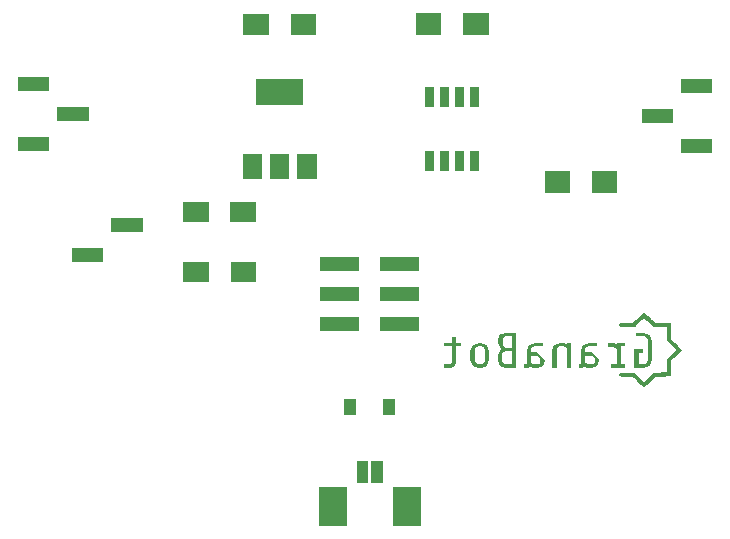
<source format=gbs>
%TF.GenerationSoftware,KiCad,Pcbnew,4.0.7-e2-6376~58~ubuntu16.04.1*%
%TF.CreationDate,2018-02-19T14:40:51-07:00*%
%TF.ProjectId,001,3030312E6B696361645F706362000000,rev?*%
%TF.FileFunction,Soldermask,Bot*%
%FSLAX46Y46*%
G04 Gerber Fmt 4.6, Leading zero omitted, Abs format (unit mm)*
G04 Created by KiCad (PCBNEW 4.0.7-e2-6376~58~ubuntu16.04.1) date Mon Feb 19 14:40:51 2018*
%MOMM*%
%LPD*%
G01*
G04 APERTURE LIST*
%ADD10C,0.100000*%
G04 APERTURE END LIST*
D10*
G36*
X160241423Y-119836437D02*
X160357553Y-119720693D01*
X160473828Y-119604800D01*
X160590210Y-119488800D01*
X160706383Y-119373013D01*
X160869671Y-119373013D01*
X161033166Y-119373013D01*
X161196810Y-119373013D01*
X161360159Y-119373013D01*
X161527247Y-119363413D01*
X161694545Y-119353813D01*
X161861996Y-119344213D01*
X162029146Y-119334613D01*
X162032986Y-119167125D01*
X162036826Y-118999424D01*
X162040666Y-118831563D01*
X162044506Y-118664011D01*
X162044506Y-118453909D01*
X162044506Y-118244384D01*
X162044506Y-118033056D01*
X162160223Y-117917461D01*
X162276086Y-117801728D01*
X162392057Y-117685888D01*
X162507817Y-117570251D01*
X162623534Y-117454656D01*
X162739397Y-117338923D01*
X162855367Y-117223083D01*
X162971127Y-117107445D01*
X162855410Y-116991147D01*
X162739547Y-116874699D01*
X162623577Y-116758144D01*
X162507817Y-116641803D01*
X162392099Y-116525504D01*
X162276236Y-116409045D01*
X162160266Y-116292491D01*
X162044506Y-116176149D01*
X162044506Y-115965408D01*
X162044506Y-115755232D01*
X162044506Y-115543253D01*
X162037999Y-115373067D01*
X162031492Y-115202677D01*
X162024986Y-115032117D01*
X162018479Y-114861877D01*
X161848297Y-114849824D01*
X161677901Y-114837771D01*
X161507348Y-114825611D01*
X161337104Y-114813557D01*
X161173402Y-114813557D01*
X161009492Y-114813557D01*
X160845435Y-114813557D01*
X160681671Y-114813557D01*
X160565370Y-114697835D01*
X160448922Y-114581973D01*
X160332367Y-114466005D01*
X160216022Y-114350240D01*
X160099721Y-114234528D01*
X159983273Y-114118656D01*
X159866719Y-114002688D01*
X159750374Y-113886933D01*
X159634783Y-114002645D01*
X159519047Y-114118517D01*
X159403204Y-114234485D01*
X159287571Y-114350240D01*
X159171980Y-114465963D01*
X159056244Y-114581824D01*
X158940401Y-114697792D01*
X158824768Y-114813557D01*
X158635140Y-114813557D01*
X158446031Y-114813557D01*
X158255290Y-114813557D01*
X158072277Y-114821024D01*
X157889766Y-114828491D01*
X157705679Y-114835957D01*
X157633924Y-114998773D01*
X157703930Y-115148032D01*
X157904834Y-115153365D01*
X158105189Y-115158699D01*
X158307274Y-115164032D01*
X158467853Y-115164032D01*
X158628635Y-115164032D01*
X158789563Y-115164032D01*
X158950202Y-115164032D01*
X159071089Y-115042496D01*
X159191645Y-114921291D01*
X159313242Y-114799040D01*
X159449837Y-114668811D01*
X159586058Y-114538944D01*
X159723455Y-114407957D01*
X159869484Y-114529355D01*
X160015111Y-114650411D01*
X160161998Y-114772523D01*
X160292319Y-114902603D01*
X160422283Y-115032331D01*
X160553369Y-115163179D01*
X160741119Y-115165312D01*
X160928356Y-115167445D01*
X161117210Y-115169579D01*
X161304961Y-115171712D01*
X161492198Y-115173845D01*
X161681052Y-115175979D01*
X161683292Y-115363733D01*
X161685532Y-115550965D01*
X161687772Y-115739819D01*
X161690012Y-115927573D01*
X161692252Y-116114805D01*
X161694492Y-116303659D01*
X161825677Y-116435083D01*
X161956501Y-116566155D01*
X162088457Y-116698347D01*
X162219642Y-116829771D01*
X162350466Y-116960832D01*
X162482421Y-117093024D01*
X162353182Y-117222453D01*
X162224295Y-117351520D01*
X162094297Y-117481707D01*
X161965056Y-117611125D01*
X161836170Y-117740192D01*
X161706171Y-117870379D01*
X161702011Y-118060128D01*
X161697851Y-118249365D01*
X161693691Y-118440235D01*
X161689531Y-118629995D01*
X161685371Y-118819232D01*
X161681211Y-119010101D01*
X161491455Y-119014368D01*
X161302220Y-119018635D01*
X161111350Y-119022901D01*
X160921595Y-119027168D01*
X160732359Y-119031435D01*
X160541489Y-119035701D01*
X160414055Y-119162955D01*
X160286972Y-119289856D01*
X160158790Y-119417856D01*
X160023438Y-119545109D01*
X159888455Y-119672021D01*
X159752308Y-119800021D01*
X159614133Y-119670677D01*
X159476337Y-119541696D01*
X159337350Y-119411595D01*
X159207095Y-119282251D01*
X159077197Y-119153269D01*
X158946176Y-119023168D01*
X158736359Y-119023168D01*
X158527119Y-119023168D01*
X158316070Y-119023168D01*
X158114460Y-119029568D01*
X157913403Y-119035968D01*
X157710608Y-119042368D01*
X157634085Y-119205995D01*
X157697776Y-119354837D01*
X157875725Y-119361237D01*
X158053187Y-119367637D01*
X158232181Y-119374037D01*
X158421211Y-119374037D01*
X158609722Y-119374037D01*
X158799860Y-119374037D01*
X158915524Y-119489824D01*
X159031333Y-119605771D01*
X159147249Y-119721813D01*
X159262956Y-119837643D01*
X159384942Y-119953387D01*
X159507082Y-120069280D01*
X159629333Y-120185280D01*
X159751364Y-120301067D01*
X159873817Y-120185280D01*
X159996422Y-120069333D01*
X160119141Y-119953291D01*
X160241638Y-119837461D01*
X160241587Y-119838037D01*
X160241423Y-119836437D01*
X160241423Y-119836437D01*
G37*
G36*
X159671411Y-118637163D02*
X160244785Y-118457451D01*
X160441615Y-117909749D01*
X160441615Y-116369344D01*
X160244785Y-115825920D01*
X159671411Y-115641931D01*
X159068085Y-115641931D01*
X159068085Y-115967125D01*
X159714201Y-115967125D01*
X159970935Y-116061312D01*
X160069346Y-116288096D01*
X160069346Y-117991104D01*
X159970935Y-118217877D01*
X159714201Y-118312064D01*
X159294867Y-118312064D01*
X159294867Y-117383541D01*
X159667133Y-117383541D01*
X159667133Y-117062613D01*
X158939718Y-117062613D01*
X158939718Y-118637259D01*
X159671411Y-118637259D01*
X159671411Y-118637163D01*
X159671411Y-118637163D01*
G37*
G36*
X157796982Y-118316245D02*
X157796982Y-116818624D01*
X158109343Y-116818624D01*
X158109343Y-116497707D01*
X157454670Y-116497707D01*
X157454670Y-116613237D01*
X157112357Y-116497707D01*
X156671630Y-116497707D01*
X156671630Y-116840021D01*
X157155147Y-116840021D01*
X157360534Y-116929835D01*
X157433270Y-117105269D01*
X157433270Y-118316203D01*
X156966869Y-118316203D01*
X156966869Y-118637120D01*
X158109338Y-118637120D01*
X158109338Y-118316203D01*
X157796977Y-118316203D01*
X157796982Y-118316245D01*
X157796982Y-118316245D01*
G37*
G36*
X154446331Y-118637163D02*
X154985471Y-118316288D01*
X154822873Y-118256341D01*
X154788643Y-118102293D01*
X154788643Y-117631616D01*
X155323507Y-117631616D01*
X155507500Y-117704363D01*
X155580236Y-117888352D01*
X155580236Y-118102293D01*
X155528886Y-118264896D01*
X155366288Y-118316203D01*
X154985465Y-118316203D01*
X154985471Y-118316288D01*
X154446331Y-118637163D01*
X154570419Y-118602923D01*
X154681670Y-118508736D01*
X154942684Y-118637109D01*
X155323507Y-118637109D01*
X155798466Y-118508736D01*
X155943949Y-118059456D01*
X155943949Y-117973909D01*
X155319228Y-117310677D01*
X154788643Y-117310677D01*
X154788643Y-117096736D01*
X154869945Y-116891349D01*
X155109564Y-116818603D01*
X155772795Y-116818603D01*
X155772795Y-116497685D01*
X155152353Y-116497685D01*
X154604653Y-116660288D01*
X154424939Y-117182315D01*
X154424939Y-118209248D01*
X154377867Y-118307701D01*
X154210989Y-118337675D01*
X154210989Y-118637205D01*
X154446329Y-118637205D01*
X154446331Y-118637163D01*
X154446331Y-118637163D01*
G37*
G36*
X153209459Y-116497707D02*
X153209459Y-116600427D01*
X152867147Y-116497707D01*
X152670317Y-116497707D01*
X152156848Y-116660309D01*
X151985692Y-117182336D01*
X151985692Y-118637163D01*
X152349399Y-118637163D01*
X152349399Y-117096757D01*
X152426423Y-116895648D01*
X152627532Y-116818635D01*
X152909940Y-116818635D01*
X153119606Y-116895648D01*
X153188065Y-117053963D01*
X153188065Y-118637163D01*
X153551772Y-118637163D01*
X153551772Y-116497707D01*
X153209459Y-116497707D01*
X153209459Y-116497707D01*
G37*
G36*
X149833134Y-118637163D02*
X150372274Y-118316288D01*
X150209676Y-118256341D01*
X150175446Y-118102293D01*
X150175446Y-117631616D01*
X150710310Y-117631616D01*
X150894303Y-117704363D01*
X150967050Y-117888352D01*
X150967050Y-118102293D01*
X150915700Y-118264896D01*
X150753102Y-118316203D01*
X150372278Y-118316203D01*
X150372274Y-118316288D01*
X149833134Y-118637163D01*
X149957222Y-118602923D01*
X150068474Y-118508736D01*
X150329487Y-118637109D01*
X150710310Y-118637109D01*
X151185269Y-118508736D01*
X151330752Y-118059456D01*
X151330752Y-117973909D01*
X150706031Y-117310677D01*
X150175446Y-117310677D01*
X150175446Y-117096736D01*
X150256748Y-116891349D01*
X150496367Y-116818603D01*
X151159598Y-116818603D01*
X151159598Y-116497685D01*
X150539156Y-116497685D01*
X149991456Y-116660288D01*
X149811742Y-117182315D01*
X149811742Y-118209248D01*
X149764670Y-118307701D01*
X149597792Y-118337675D01*
X149597792Y-118637205D01*
X149833132Y-118637205D01*
X149833134Y-118637163D01*
X149833134Y-118637163D01*
G37*
G36*
X147363938Y-117961088D02*
X148091357Y-116908469D01*
X147868853Y-116822923D01*
X147778997Y-116596139D01*
X147778997Y-116270944D01*
X147778992Y-116270923D01*
X147856016Y-116035584D01*
X148091357Y-115962837D01*
X148574873Y-115962837D01*
X148574873Y-116908469D01*
X148091357Y-116908469D01*
X147363938Y-117961088D01*
X147736203Y-117537504D01*
X147821781Y-117314997D01*
X148048563Y-117229451D01*
X148574868Y-117229451D01*
X148574868Y-118316299D01*
X148052842Y-118316299D01*
X147813223Y-118243552D01*
X147736199Y-118003936D01*
X147736199Y-117537536D01*
X147736203Y-117537504D01*
X147363938Y-117961088D01*
X147535094Y-118483115D01*
X148091353Y-118637163D01*
X148947134Y-118637163D01*
X148947134Y-115641931D01*
X148142699Y-115641931D01*
X147586441Y-115795968D01*
X147406726Y-116309440D01*
X147406726Y-116553333D01*
X147642067Y-117049685D01*
X147363938Y-117575989D01*
X147363938Y-117961088D01*
X147363938Y-117961088D01*
G37*
G36*
X145053060Y-117952533D02*
X145416767Y-117096757D01*
X145498068Y-116891371D01*
X145737687Y-116818624D01*
X145964469Y-116818624D01*
X146204089Y-116891371D01*
X146285390Y-117096757D01*
X146285390Y-118038112D01*
X146204089Y-118243499D01*
X145964469Y-118316245D01*
X145737687Y-118316245D01*
X145498068Y-118243499D01*
X145416767Y-118038112D01*
X145416767Y-117096757D01*
X145053060Y-117952533D01*
X145232774Y-118474560D01*
X145780475Y-118637163D01*
X145921678Y-118637163D01*
X146473658Y-118474560D01*
X146649092Y-117952533D01*
X146649092Y-117182336D01*
X146473658Y-116660309D01*
X145921678Y-116497707D01*
X145780475Y-116497707D01*
X145232774Y-116660309D01*
X145053060Y-117182336D01*
X145053060Y-117952533D01*
X145053060Y-117952533D01*
G37*
G36*
X143384018Y-118637163D02*
X143717773Y-118495957D01*
X143833303Y-118123691D01*
X143833303Y-116818624D01*
X144239799Y-116818624D01*
X144239799Y-116497707D01*
X143833303Y-116497707D01*
X143833303Y-115984235D01*
X143469597Y-115984235D01*
X143469597Y-116497707D01*
X142844876Y-116497707D01*
X142844876Y-116818624D01*
X143469597Y-116818624D01*
X143469597Y-118145088D01*
X143422525Y-118277728D01*
X143277042Y-118316235D01*
X142844873Y-118316235D01*
X142844873Y-118637152D01*
X143384015Y-118637152D01*
X143384018Y-118637163D01*
X143384018Y-118637163D01*
G37*
G36*
X140826200Y-131981200D02*
X138473800Y-131981200D01*
X138473800Y-128728800D01*
X140826200Y-128728800D01*
X140826200Y-131981200D01*
X140826200Y-131981200D01*
G37*
G36*
X134576200Y-131981200D02*
X132223800Y-131981200D01*
X132223800Y-128728800D01*
X134576200Y-128728800D01*
X134576200Y-131981200D01*
X134576200Y-131981200D01*
G37*
G36*
X136376200Y-128381200D02*
X135423800Y-128381200D01*
X135423800Y-126528800D01*
X136376200Y-126528800D01*
X136376200Y-128381200D01*
X136376200Y-128381200D01*
G37*
G36*
X137626200Y-128381200D02*
X136673800Y-128381200D01*
X136673800Y-126528800D01*
X137626200Y-126528800D01*
X137626200Y-128381200D01*
X137626200Y-128381200D01*
G37*
G36*
X135401200Y-122596200D02*
X134348800Y-122596200D01*
X134348800Y-121243800D01*
X135401200Y-121243800D01*
X135401200Y-122596200D01*
X135401200Y-122596200D01*
G37*
G36*
X138701200Y-122596200D02*
X137648800Y-122596200D01*
X137648800Y-121243800D01*
X138701200Y-121243800D01*
X138701200Y-122596200D01*
X138701200Y-122596200D01*
G37*
G36*
X140701200Y-115511200D02*
X137398800Y-115511200D01*
X137398800Y-114358800D01*
X140701200Y-114358800D01*
X140701200Y-115511200D01*
X140701200Y-115511200D01*
G37*
G36*
X135651200Y-115511200D02*
X132348800Y-115511200D01*
X132348800Y-114358800D01*
X135651200Y-114358800D01*
X135651200Y-115511200D01*
X135651200Y-115511200D01*
G37*
G36*
X140701200Y-112971200D02*
X137398800Y-112971200D01*
X137398800Y-111818800D01*
X140701200Y-111818800D01*
X140701200Y-112971200D01*
X140701200Y-112971200D01*
G37*
G36*
X135651200Y-112971200D02*
X132348800Y-112971200D01*
X132348800Y-111818800D01*
X135651200Y-111818800D01*
X135651200Y-112971200D01*
X135651200Y-112971200D01*
G37*
G36*
X122901200Y-111391600D02*
X120748800Y-111391600D01*
X120748800Y-109639200D01*
X122901200Y-109639200D01*
X122901200Y-111391600D01*
X122901200Y-111391600D01*
G37*
G36*
X126901200Y-111391600D02*
X124748800Y-111391600D01*
X124748800Y-109639200D01*
X126901200Y-109639200D01*
X126901200Y-111391600D01*
X126901200Y-111391600D01*
G37*
G36*
X140701200Y-110431200D02*
X137398800Y-110431200D01*
X137398800Y-109278800D01*
X140701200Y-109278800D01*
X140701200Y-110431200D01*
X140701200Y-110431200D01*
G37*
G36*
X135651200Y-110431200D02*
X132348800Y-110431200D01*
X132348800Y-109278800D01*
X135651200Y-109278800D01*
X135651200Y-110431200D01*
X135651200Y-110431200D01*
G37*
G36*
X113980200Y-109669200D02*
X111317800Y-109669200D01*
X111317800Y-108516800D01*
X113980200Y-108516800D01*
X113980200Y-109669200D01*
X113980200Y-109669200D01*
G37*
G36*
X117290200Y-107129200D02*
X114627800Y-107129200D01*
X114627800Y-105976800D01*
X117290200Y-105976800D01*
X117290200Y-107129200D01*
X117290200Y-107129200D01*
G37*
G36*
X122875800Y-106311600D02*
X120723400Y-106311600D01*
X120723400Y-104559200D01*
X122875800Y-104559200D01*
X122875800Y-106311600D01*
X122875800Y-106311600D01*
G37*
G36*
X126875800Y-106311600D02*
X124723400Y-106311600D01*
X124723400Y-104559200D01*
X126875800Y-104559200D01*
X126875800Y-106311600D01*
X126875800Y-106311600D01*
G37*
G36*
X153476200Y-103796200D02*
X151323800Y-103796200D01*
X151323800Y-101943800D01*
X153476200Y-101943800D01*
X153476200Y-103796200D01*
X153476200Y-103796200D01*
G37*
G36*
X157476200Y-103796200D02*
X155323800Y-103796200D01*
X155323800Y-101943800D01*
X157476200Y-101943800D01*
X157476200Y-103796200D01*
X157476200Y-103796200D01*
G37*
G36*
X132031200Y-102651200D02*
X130378800Y-102651200D01*
X130378800Y-100498800D01*
X132031200Y-100498800D01*
X132031200Y-102651200D01*
X132031200Y-102651200D01*
G37*
G36*
X129731200Y-102651200D02*
X128078800Y-102651200D01*
X128078800Y-100498800D01*
X129731200Y-100498800D01*
X129731200Y-102651200D01*
X129731200Y-102651200D01*
G37*
G36*
X127431200Y-102651200D02*
X125778800Y-102651200D01*
X125778800Y-100498800D01*
X127431200Y-100498800D01*
X127431200Y-102651200D01*
X127431200Y-102651200D01*
G37*
G36*
X144521200Y-101976200D02*
X143768800Y-101976200D01*
X143768800Y-100273800D01*
X144521200Y-100273800D01*
X144521200Y-101976200D01*
X144521200Y-101976200D01*
G37*
G36*
X145791200Y-101976200D02*
X145038800Y-101976200D01*
X145038800Y-100273800D01*
X145791200Y-100273800D01*
X145791200Y-101976200D01*
X145791200Y-101976200D01*
G37*
G36*
X143251200Y-101976200D02*
X142498800Y-101976200D01*
X142498800Y-100273800D01*
X143251200Y-100273800D01*
X143251200Y-101976200D01*
X143251200Y-101976200D01*
G37*
G36*
X141981200Y-101976200D02*
X141228800Y-101976200D01*
X141228800Y-100273800D01*
X141981200Y-100273800D01*
X141981200Y-101976200D01*
X141981200Y-101976200D01*
G37*
G36*
X165542200Y-100398200D02*
X162879800Y-100398200D01*
X162879800Y-99245800D01*
X165542200Y-99245800D01*
X165542200Y-100398200D01*
X165542200Y-100398200D01*
G37*
G36*
X109408200Y-100271200D02*
X106745800Y-100271200D01*
X106745800Y-99118800D01*
X109408200Y-99118800D01*
X109408200Y-100271200D01*
X109408200Y-100271200D01*
G37*
G36*
X162232200Y-97858200D02*
X159569800Y-97858200D01*
X159569800Y-96705800D01*
X162232200Y-96705800D01*
X162232200Y-97858200D01*
X162232200Y-97858200D01*
G37*
G36*
X112718200Y-97731200D02*
X110055800Y-97731200D01*
X110055800Y-96578800D01*
X112718200Y-96578800D01*
X112718200Y-97731200D01*
X112718200Y-97731200D01*
G37*
G36*
X145791200Y-96576200D02*
X145038800Y-96576200D01*
X145038800Y-94873800D01*
X145791200Y-94873800D01*
X145791200Y-96576200D01*
X145791200Y-96576200D01*
G37*
G36*
X143251200Y-96576200D02*
X142498800Y-96576200D01*
X142498800Y-94873800D01*
X143251200Y-94873800D01*
X143251200Y-96576200D01*
X143251200Y-96576200D01*
G37*
G36*
X144521200Y-96576200D02*
X143768800Y-96576200D01*
X143768800Y-94873800D01*
X144521200Y-94873800D01*
X144521200Y-96576200D01*
X144521200Y-96576200D01*
G37*
G36*
X141981200Y-96576200D02*
X141228800Y-96576200D01*
X141228800Y-94873800D01*
X141981200Y-94873800D01*
X141981200Y-96576200D01*
X141981200Y-96576200D01*
G37*
G36*
X130881200Y-96351200D02*
X126928800Y-96351200D01*
X126928800Y-94198800D01*
X130881200Y-94198800D01*
X130881200Y-96351200D01*
X130881200Y-96351200D01*
G37*
G36*
X165542200Y-95318200D02*
X162879800Y-95318200D01*
X162879800Y-94165800D01*
X165542200Y-94165800D01*
X165542200Y-95318200D01*
X165542200Y-95318200D01*
G37*
G36*
X109408200Y-95191200D02*
X106745800Y-95191200D01*
X106745800Y-94038800D01*
X109408200Y-94038800D01*
X109408200Y-95191200D01*
X109408200Y-95191200D01*
G37*
G36*
X146586200Y-90461200D02*
X144433800Y-90461200D01*
X144433800Y-88608800D01*
X146586200Y-88608800D01*
X146586200Y-90461200D01*
X146586200Y-90461200D01*
G37*
G36*
X142586200Y-90461200D02*
X140433800Y-90461200D01*
X140433800Y-88608800D01*
X142586200Y-88608800D01*
X142586200Y-90461200D01*
X142586200Y-90461200D01*
G37*
G36*
X131981200Y-90411200D02*
X129828800Y-90411200D01*
X129828800Y-88658800D01*
X131981200Y-88658800D01*
X131981200Y-90411200D01*
X131981200Y-90411200D01*
G37*
G36*
X127981200Y-90411200D02*
X125828800Y-90411200D01*
X125828800Y-88658800D01*
X127981200Y-88658800D01*
X127981200Y-90411200D01*
X127981200Y-90411200D01*
G37*
M02*

</source>
